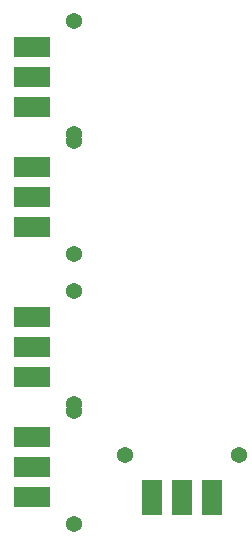
<source format=gtp>
G04 MADE WITH FRITZING*
G04 WWW.FRITZING.ORG*
G04 DOUBLE SIDED*
G04 HOLES PLATED*
G04 CONTOUR ON CENTER OF CONTOUR VECTOR*
%ASAXBY*%
%FSLAX23Y23*%
%MOIN*%
%OFA0B0*%
%SFA1.0B1.0*%
%ADD10C,0.053937*%
%LNPASTEMASK1*%
G90*
G70*
G54D10*
X331Y488D03*
X331Y111D03*
X331Y488D03*
X331Y111D03*
X331Y888D03*
X331Y511D03*
X331Y888D03*
X331Y511D03*
X331Y1788D03*
X331Y1411D03*
X331Y1788D03*
X331Y1411D03*
X501Y341D03*
X879Y341D03*
X501Y341D03*
X879Y341D03*
X331Y1388D03*
X331Y1011D03*
X331Y1388D03*
X331Y1011D03*
G36*
X131Y233D02*
X249Y233D01*
X249Y166D01*
X131Y166D01*
X131Y233D01*
G37*
D02*
G36*
X131Y333D02*
X249Y333D01*
X249Y266D01*
X131Y266D01*
X131Y333D01*
G37*
D02*
G36*
X131Y433D02*
X249Y433D01*
X249Y366D01*
X131Y366D01*
X131Y433D01*
G37*
D02*
G36*
X131Y633D02*
X249Y633D01*
X249Y566D01*
X131Y566D01*
X131Y633D01*
G37*
D02*
G36*
X131Y733D02*
X249Y733D01*
X249Y666D01*
X131Y666D01*
X131Y733D01*
G37*
D02*
G36*
X131Y833D02*
X249Y833D01*
X249Y766D01*
X131Y766D01*
X131Y833D01*
G37*
D02*
G36*
X131Y1533D02*
X249Y1533D01*
X249Y1466D01*
X131Y1466D01*
X131Y1533D01*
G37*
D02*
G36*
X131Y1633D02*
X249Y1633D01*
X249Y1566D01*
X131Y1566D01*
X131Y1633D01*
G37*
D02*
G36*
X131Y1733D02*
X249Y1733D01*
X249Y1666D01*
X131Y1666D01*
X131Y1733D01*
G37*
D02*
G36*
X557Y141D02*
X557Y259D01*
X624Y259D01*
X624Y141D01*
X557Y141D01*
G37*
D02*
G36*
X657Y141D02*
X657Y259D01*
X724Y259D01*
X724Y141D01*
X657Y141D01*
G37*
D02*
G36*
X757Y141D02*
X757Y259D01*
X824Y259D01*
X824Y141D01*
X757Y141D01*
G37*
D02*
G36*
X131Y1333D02*
X249Y1333D01*
X249Y1266D01*
X131Y1266D01*
X131Y1333D01*
G37*
D02*
G36*
X131Y1233D02*
X249Y1233D01*
X249Y1166D01*
X131Y1166D01*
X131Y1233D01*
G37*
D02*
G36*
X131Y1133D02*
X249Y1133D01*
X249Y1066D01*
X131Y1066D01*
X131Y1133D01*
G37*
D02*
G04 End of PasteMask1*
M02*
</source>
